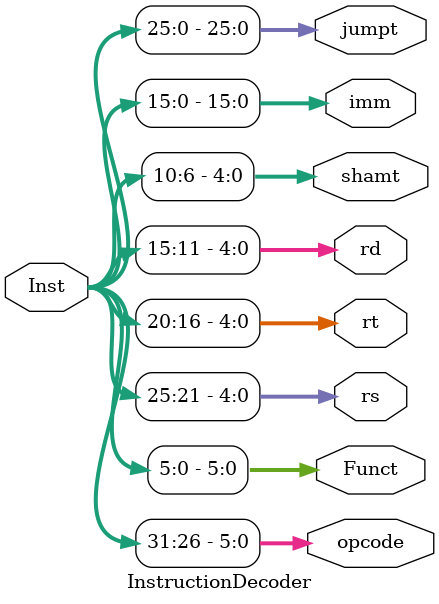
<source format=v>
`timescale 1ns / 1ps


module InstructionDecoder(input [31:0] Inst,
                          output [5:0] opcode, Funct,
                          output [4:0] rs, rt, rd, shamt,
                          output [15:0] imm,
                          output [25:0] jumpt);

assign opcode = Inst[31:26]; // assign opcode to 6 MSB

// assignment for R-type Instructions
assign Funct = Inst[5:0];  // assign funt to 6 LSB
assign shamt = Inst[10:6]; // assign shamt to 5 nest 5 LSB
assign rd = Inst[15:11]; // assign rd to next 5 LSB
assign rt = Inst[20:16]; // assign rt to next 5 LSB
assign rs = Inst[25:21]; // assign rs to next 5 LSB

assign imm = Inst[15:0]; // Assign imm to 16 LSB

assign jumpt = Inst[25:0];
endmodule

</source>
